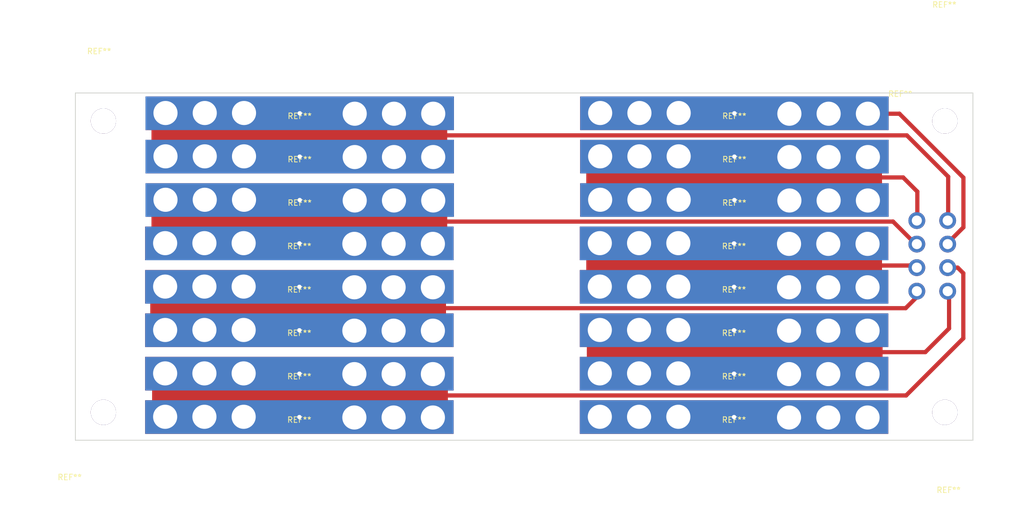
<source format=kicad_pcb>
(kicad_pcb (version 4) (host pcbnew 4.0.4-stable)

  (general
    (links 0)
    (no_connects 0)
    (area -13.517525 -16.723 169.219525 74.481)
    (thickness 1.6)
    (drawings 4)
    (tracks 76)
    (zones 0)
    (modules 21)
    (nets 1)
  )

  (page A4)
  (layers
    (0 F.Cu signal)
    (31 B.Cu signal)
    (32 B.Adhes user)
    (33 F.Adhes user)
    (34 B.Paste user)
    (35 F.Paste user)
    (36 B.SilkS user)
    (37 F.SilkS user)
    (38 B.Mask user)
    (39 F.Mask user)
    (40 Dwgs.User user)
    (41 Cmts.User user)
    (42 Eco1.User user)
    (43 Eco2.User user)
    (44 Edge.Cuts user)
    (45 Margin user)
    (46 B.CrtYd user)
    (47 F.CrtYd user)
    (48 B.Fab user)
    (49 F.Fab user)
  )

  (setup
    (last_trace_width 0.25)
    (trace_clearance 0.2)
    (zone_clearance 0.508)
    (zone_45_only no)
    (trace_min 0.2)
    (segment_width 0.2)
    (edge_width 0.15)
    (via_size 0.6)
    (via_drill 0.4)
    (via_min_size 0.4)
    (via_min_drill 0.3)
    (uvia_size 0.3)
    (uvia_drill 0.1)
    (uvias_allowed no)
    (uvia_min_size 0.2)
    (uvia_min_drill 0.1)
    (pcb_text_width 0.3)
    (pcb_text_size 1.5 1.5)
    (mod_edge_width 0.15)
    (mod_text_size 1 1)
    (mod_text_width 0.15)
    (pad_size 4.5 4.5)
    (pad_drill 4.5)
    (pad_to_mask_clearance 0.2)
    (aux_axis_origin 0 0)
    (visible_elements 7FFFFFFF)
    (pcbplotparams
      (layerselection 0x00030_80000001)
      (usegerberextensions false)
      (excludeedgelayer true)
      (linewidth 0.100000)
      (plotframeref false)
      (viasonmask false)
      (mode 1)
      (useauxorigin false)
      (hpglpennumber 1)
      (hpglpenspeed 20)
      (hpglpendiameter 15)
      (hpglpenoverlay 2)
      (psnegative false)
      (psa4output false)
      (plotreference true)
      (plotvalue true)
      (plotinvisibletext false)
      (padsonsilk false)
      (subtractmaskfromsilk false)
      (outputformat 1)
      (mirror false)
      (drillshape 1)
      (scaleselection 1)
      (outputdirectory ""))
  )

  (net 0 "")

  (net_class Default "This is the default net class."
    (clearance 0.2)
    (trace_width 0.25)
    (via_dia 0.6)
    (via_drill 0.4)
    (uvia_dia 0.3)
    (uvia_drill 0.1)
  )

  (module USST-footprints:HolePad_single_4-5mmDrill (layer F.Cu) (tedit 5AB67E73) (tstamp 5AB68C70)
    (at 154.258 49.634)
    (fp_text reference REF** (at 1.444 21.232) (layer F.SilkS)
      (effects (font (size 1 1) (thickness 0.15)))
    )
    (fp_text value SolderWirePad_single_2-5mmDrill (at 0.682 23.772) (layer F.Fab)
      (effects (font (size 1 1) (thickness 0.15)))
    )
    (pad "" thru_hole circle (at 0.762 7.366) (size 4.5 4.5) (drill 4.5) (layers *.Cu *.Mask))
  )

  (module USST-footprints:HolePad_single_4-5mmDrill (layer F.Cu) (tedit 5AB67E73) (tstamp 5AB68C68)
    (at 154.258 -2.366)
    (fp_text reference REF** (at 0.682 -13.382) (layer F.SilkS)
      (effects (font (size 1 1) (thickness 0.15)))
    )
    (fp_text value SolderWirePad_single_2-5mmDrill (at 1.952 -10.334) (layer F.Fab)
      (effects (font (size 1 1) (thickness 0.15)))
    )
    (pad "" thru_hole circle (at 0.762 7.366) (size 4.5 4.5) (drill 4.5) (layers *.Cu *.Mask))
  )

  (module USST-footprints:BatteryConnector4x2 (layer F.Cu) (tedit 5AB674FA) (tstamp 5AB679B6)
    (at 150.0251 35.3695)
    (fp_text reference REF** (at -2.9455 -35.197) (layer F.SilkS)
      (effects (font (size 1 1) (thickness 0.15)))
    )
    (fp_text value BatteryConnector (at 1.182 -37.1655) (layer F.Fab)
      (effects (font (size 1 1) (thickness 0.15)))
    )
    (pad "" np_thru_hole circle (at 0 0) (size 3 3) (drill 1.8) (layers *.Cu))
    (pad "" np_thru_hole circle (at 5.5 0) (size 3 3) (drill 1.8) (layers *.Cu))
    (pad "" np_thru_hole circle (at 5.5 -4.2) (size 3 3) (drill 1.8) (layers *.Cu))
    (pad "" np_thru_hole circle (at 0 -4.2) (size 3 3) (drill 1.8) (layers *.Cu))
    (pad "" np_thru_hole circle (at 5.5 -8.4) (size 3 3) (drill 1.8) (layers *.Cu))
    (pad "" np_thru_hole circle (at 0 -8.4) (size 3 3) (drill 1.8) (layers *.Cu))
    (pad "" np_thru_hole circle (at 5.5 -12.6) (size 3 3) (drill 1.8) (layers *.Cu))
    (pad "" np_thru_hole circle (at 0 -12.6) (size 3 3) (drill 1.8) (layers *.Cu))
  )

  (module USST-footprints:HolePad_single_4-5mmDrill (layer F.Cu) (tedit 5AB67E73) (tstamp 5AB68C3A)
    (at 4.238 49.634)
    (fp_text reference REF** (at -5.254 18.946) (layer F.SilkS)
      (effects (font (size 1 1) (thickness 0.15)))
    )
    (fp_text value SolderWirePad_single_2-5mmDrill (at -4.746 20.47) (layer F.Fab)
      (effects (font (size 1 1) (thickness 0.15)))
    )
    (pad "" thru_hole circle (at 0.762 7.366) (size 4.5 4.5) (drill 4.5) (layers *.Cu *.Mask))
  )

  (module USST-footprints:batt_wedge (layer F.Cu) (tedit 5AB67D44) (tstamp 5AB6816D)
    (at 117.434 57.836)
    (fp_text reference REF** (at 0 0.5) (layer F.SilkS)
      (effects (font (size 1 1) (thickness 0.15)))
    )
    (fp_text value batt_wedge (at 0 -0.5) (layer F.Fab)
      (effects (font (size 1 1) (thickness 0.15)))
    )
    (pad 8 thru_hole rect (at 0 0) (size 55 6) (drill 0.762) (layers *.Cu F.Paste))
    (pad "" thru_hole circle (at 9.805 0.079) (size 4.3 4.3) (drill 4.3) (layers *.Cu *.Mask))
    (pad "" thru_hole circle (at -9.932 -0.048) (size 4.3 4.3) (drill 4.3) (layers *.Cu *.Mask))
    (pad "" thru_hole circle (at -23.932 -0.048) (size 4.3 4.3) (drill 4.3) (layers *.Cu *.Mask))
    (pad "" thru_hole circle (at -16.932 -0.048) (size 4.3 4.3) (drill 4.3) (layers *.Cu *.Mask))
    (pad "" thru_hole circle (at 23.805 0.079) (size 4.3 4.3) (drill 4.3) (layers *.Cu *.Mask))
    (pad "" thru_hole circle (at 16.805 0.079) (size 4.3 4.3) (drill 4.3) (layers *.Cu *.Mask))
  )

  (module USST-footprints:batt_wedge (layer F.Cu) (tedit 5AB67D37) (tstamp 5AB68163)
    (at 117.434 34.598)
    (fp_text reference REF** (at 0 0.5) (layer F.SilkS)
      (effects (font (size 1 1) (thickness 0.15)))
    )
    (fp_text value batt_wedge (at 0 -0.5) (layer F.Fab)
      (effects (font (size 1 1) (thickness 0.15)))
    )
    (pad 5 thru_hole rect (at 0 0) (size 55 6) (drill 0.762) (layers *.Cu F.Paste))
    (pad "" thru_hole circle (at 9.805 0.079) (size 4.3 4.3) (drill 4.3) (layers *.Cu *.Mask))
    (pad "" thru_hole circle (at -9.932 -0.048) (size 4.3 4.3) (drill 4.3) (layers *.Cu *.Mask))
    (pad "" thru_hole circle (at -23.932 -0.048) (size 4.3 4.3) (drill 4.3) (layers *.Cu *.Mask))
    (pad "" thru_hole circle (at -16.932 -0.048) (size 4.3 4.3) (drill 4.3) (layers *.Cu *.Mask))
    (pad "" thru_hole circle (at 23.805 0.079) (size 4.3 4.3) (drill 4.3) (layers *.Cu *.Mask))
    (pad "" thru_hole circle (at 16.805 0.079) (size 4.3 4.3) (drill 4.3) (layers *.Cu *.Mask))
  )

  (module USST-footprints:batt_wedge (layer F.Cu) (tedit 5AB67D3B) (tstamp 5AB68159)
    (at 117.434 42.342)
    (fp_text reference REF** (at 0 0.5) (layer F.SilkS)
      (effects (font (size 1 1) (thickness 0.15)))
    )
    (fp_text value batt_wedge (at 0 -0.5) (layer F.Fab)
      (effects (font (size 1 1) (thickness 0.15)))
    )
    (pad 6 thru_hole rect (at 0 0) (size 55 6) (drill 0.762) (layers *.Cu F.Paste))
    (pad "" thru_hole circle (at 9.805 0.079) (size 4.3 4.3) (drill 4.3) (layers *.Cu *.Mask))
    (pad "" thru_hole circle (at -9.932 -0.048) (size 4.3 4.3) (drill 4.3) (layers *.Cu *.Mask))
    (pad "" thru_hole circle (at -23.932 -0.048) (size 4.3 4.3) (drill 4.3) (layers *.Cu *.Mask))
    (pad "" thru_hole circle (at -16.932 -0.048) (size 4.3 4.3) (drill 4.3) (layers *.Cu *.Mask))
    (pad "" thru_hole circle (at 23.805 0.079) (size 4.3 4.3) (drill 4.3) (layers *.Cu *.Mask))
    (pad "" thru_hole circle (at 16.805 0.079) (size 4.3 4.3) (drill 4.3) (layers *.Cu *.Mask))
  )

  (module USST-footprints:batt_wedge (layer F.Cu) (tedit 5AB67D3F) (tstamp 5AB6814F)
    (at 117.434 50.092)
    (fp_text reference REF** (at 0 0.5) (layer F.SilkS)
      (effects (font (size 1 1) (thickness 0.15)))
    )
    (fp_text value batt_wedge (at 0 -0.5) (layer F.Fab)
      (effects (font (size 1 1) (thickness 0.15)))
    )
    (pad 7 thru_hole rect (at 0 0) (size 55 6) (drill 0.762) (layers *.Cu F.Paste))
    (pad "" thru_hole circle (at 9.805 0.079) (size 4.3 4.3) (drill 4.3) (layers *.Cu *.Mask))
    (pad "" thru_hole circle (at -9.932 -0.048) (size 4.3 4.3) (drill 4.3) (layers *.Cu *.Mask))
    (pad "" thru_hole circle (at -23.932 -0.048) (size 4.3 4.3) (drill 4.3) (layers *.Cu *.Mask))
    (pad "" thru_hole circle (at -16.932 -0.048) (size 4.3 4.3) (drill 4.3) (layers *.Cu *.Mask))
    (pad "" thru_hole circle (at 23.805 0.079) (size 4.3 4.3) (drill 4.3) (layers *.Cu *.Mask))
    (pad "" thru_hole circle (at 16.805 0.079) (size 4.3 4.3) (drill 4.3) (layers *.Cu *.Mask))
  )

  (module USST-footprints:batt_wedge (layer F.Cu) (tedit 5AB67D32) (tstamp 5AB68145)
    (at 117.434 26.848)
    (fp_text reference REF** (at 0 0.5) (layer F.SilkS)
      (effects (font (size 1 1) (thickness 0.15)))
    )
    (fp_text value batt_wedge (at 0 -0.5) (layer F.Fab)
      (effects (font (size 1 1) (thickness 0.15)))
    )
    (pad 4 thru_hole rect (at 0 0) (size 55 6) (drill 0.762) (layers *.Cu F.Paste))
    (pad "" thru_hole circle (at 9.805 0.079) (size 4.3 4.3) (drill 4.3) (layers *.Cu *.Mask))
    (pad "" thru_hole circle (at -9.932 -0.048) (size 4.3 4.3) (drill 4.3) (layers *.Cu *.Mask))
    (pad "" thru_hole circle (at -23.932 -0.048) (size 4.3 4.3) (drill 4.3) (layers *.Cu *.Mask))
    (pad "" thru_hole circle (at -16.932 -0.048) (size 4.3 4.3) (drill 4.3) (layers *.Cu *.Mask))
    (pad "" thru_hole circle (at 23.805 0.079) (size 4.3 4.3) (drill 4.3) (layers *.Cu *.Mask))
    (pad "" thru_hole circle (at 16.805 0.079) (size 4.3 4.3) (drill 4.3) (layers *.Cu *.Mask))
  )

  (module USST-footprints:batt_wedge (layer F.Cu) (tedit 5AB67D2C) (tstamp 5AB6813B)
    (at 117.496 19.104)
    (fp_text reference REF** (at 0 0.5) (layer F.SilkS)
      (effects (font (size 1 1) (thickness 0.15)))
    )
    (fp_text value batt_wedge (at 0 -0.5) (layer F.Fab)
      (effects (font (size 1 1) (thickness 0.15)))
    )
    (pad 3 thru_hole rect (at 0 0) (size 55 6) (drill 0.762) (layers *.Cu F.Paste))
    (pad "" thru_hole circle (at 9.805 0.079) (size 4.3 4.3) (drill 4.3) (layers *.Cu *.Mask))
    (pad "" thru_hole circle (at -9.932 -0.048) (size 4.3 4.3) (drill 4.3) (layers *.Cu *.Mask))
    (pad "" thru_hole circle (at -23.932 -0.048) (size 4.3 4.3) (drill 4.3) (layers *.Cu *.Mask))
    (pad "" thru_hole circle (at -16.932 -0.048) (size 4.3 4.3) (drill 4.3) (layers *.Cu *.Mask))
    (pad "" thru_hole circle (at 23.805 0.079) (size 4.3 4.3) (drill 4.3) (layers *.Cu *.Mask))
    (pad "" thru_hole circle (at 16.805 0.079) (size 4.3 4.3) (drill 4.3) (layers *.Cu *.Mask))
  )

  (module USST-footprints:batt_wedge (layer F.Cu) (tedit 5AB67D26) (tstamp 5AB68131)
    (at 117.496 11.354)
    (fp_text reference REF** (at 0 0.5) (layer F.SilkS)
      (effects (font (size 1 1) (thickness 0.15)))
    )
    (fp_text value batt_wedge (at 0 -0.5) (layer F.Fab)
      (effects (font (size 1 1) (thickness 0.15)))
    )
    (pad 2 thru_hole rect (at 0 0) (size 55 6) (drill 0.762) (layers *.Cu F.Paste))
    (pad "" thru_hole circle (at 9.805 0.079) (size 4.3 4.3) (drill 4.3) (layers *.Cu *.Mask))
    (pad "" thru_hole circle (at -9.932 -0.048) (size 4.3 4.3) (drill 4.3) (layers *.Cu *.Mask))
    (pad "" thru_hole circle (at -23.932 -0.048) (size 4.3 4.3) (drill 4.3) (layers *.Cu *.Mask))
    (pad "" thru_hole circle (at -16.932 -0.048) (size 4.3 4.3) (drill 4.3) (layers *.Cu *.Mask))
    (pad "" thru_hole circle (at 23.805 0.079) (size 4.3 4.3) (drill 4.3) (layers *.Cu *.Mask))
    (pad "" thru_hole circle (at 16.805 0.079) (size 4.3 4.3) (drill 4.3) (layers *.Cu *.Mask))
  )

  (module USST-footprints:batt_wedge (layer F.Cu) (tedit 5AB67088) (tstamp 5AB68127)
    (at 117.496 3.62)
    (fp_text reference REF** (at 0 0.5) (layer F.SilkS)
      (effects (font (size 1 1) (thickness 0.15)))
    )
    (fp_text value batt_wedge (at 0 -0.5) (layer F.Fab)
      (effects (font (size 1 1) (thickness 0.15)))
    )
    (pad 1 thru_hole rect (at 0 0) (size 55 6) (drill 0.762) (layers *.Cu F.Paste))
    (pad "" thru_hole circle (at 9.805 0.079) (size 4.3 4.3) (drill 4.3) (layers *.Cu *.Mask))
    (pad "" thru_hole circle (at -9.932 -0.048) (size 4.3 4.3) (drill 4.3) (layers *.Cu *.Mask))
    (pad "" thru_hole circle (at -23.932 -0.048) (size 4.3 4.3) (drill 4.3) (layers *.Cu *.Mask))
    (pad "" thru_hole circle (at -16.932 -0.048) (size 4.3 4.3) (drill 4.3) (layers *.Cu *.Mask))
    (pad "" thru_hole circle (at 23.805 0.079) (size 4.3 4.3) (drill 4.3) (layers *.Cu *.Mask))
    (pad "" thru_hole circle (at 16.805 0.079) (size 4.3 4.3) (drill 4.3) (layers *.Cu *.Mask))
  )

  (module USST-footprints:batt_wedge (layer F.Cu) (tedit 5AB67D44) (tstamp 5AB680C5)
    (at 39.934 57.836)
    (fp_text reference REF** (at 0 0.5) (layer F.SilkS)
      (effects (font (size 1 1) (thickness 0.15)))
    )
    (fp_text value batt_wedge (at 0 -0.5) (layer F.Fab)
      (effects (font (size 1 1) (thickness 0.15)))
    )
    (pad 8 thru_hole rect (at 0 0) (size 55 6) (drill 0.762) (layers *.Cu F.Paste))
    (pad "" thru_hole circle (at 9.805 0.079) (size 4.3 4.3) (drill 4.3) (layers *.Cu *.Mask))
    (pad "" thru_hole circle (at -9.932 -0.048) (size 4.3 4.3) (drill 4.3) (layers *.Cu *.Mask))
    (pad "" thru_hole circle (at -23.932 -0.048) (size 4.3 4.3) (drill 4.3) (layers *.Cu *.Mask))
    (pad "" thru_hole circle (at -16.932 -0.048) (size 4.3 4.3) (drill 4.3) (layers *.Cu *.Mask))
    (pad "" thru_hole circle (at 23.805 0.079) (size 4.3 4.3) (drill 4.3) (layers *.Cu *.Mask))
    (pad "" thru_hole circle (at 16.805 0.079) (size 4.3 4.3) (drill 4.3) (layers *.Cu *.Mask))
  )

  (module USST-footprints:batt_wedge (layer F.Cu) (tedit 5AB67D3F) (tstamp 5AB680B1)
    (at 39.934 50.092)
    (fp_text reference REF** (at 0 0.5) (layer F.SilkS)
      (effects (font (size 1 1) (thickness 0.15)))
    )
    (fp_text value batt_wedge (at 0 -0.5) (layer F.Fab)
      (effects (font (size 1 1) (thickness 0.15)))
    )
    (pad 7 thru_hole rect (at 0 0) (size 55 6) (drill 0.762) (layers *.Cu F.Paste))
    (pad "" thru_hole circle (at 9.805 0.079) (size 4.3 4.3) (drill 4.3) (layers *.Cu *.Mask))
    (pad "" thru_hole circle (at -9.932 -0.048) (size 4.3 4.3) (drill 4.3) (layers *.Cu *.Mask))
    (pad "" thru_hole circle (at -23.932 -0.048) (size 4.3 4.3) (drill 4.3) (layers *.Cu *.Mask))
    (pad "" thru_hole circle (at -16.932 -0.048) (size 4.3 4.3) (drill 4.3) (layers *.Cu *.Mask))
    (pad "" thru_hole circle (at 23.805 0.079) (size 4.3 4.3) (drill 4.3) (layers *.Cu *.Mask))
    (pad "" thru_hole circle (at 16.805 0.079) (size 4.3 4.3) (drill 4.3) (layers *.Cu *.Mask))
  )

  (module USST-footprints:batt_wedge (layer F.Cu) (tedit 5AB67D3B) (tstamp 5AB6809D)
    (at 39.934 42.342)
    (fp_text reference REF** (at 0 0.5) (layer F.SilkS)
      (effects (font (size 1 1) (thickness 0.15)))
    )
    (fp_text value batt_wedge (at 0 -0.5) (layer F.Fab)
      (effects (font (size 1 1) (thickness 0.15)))
    )
    (pad 6 thru_hole rect (at 0 0) (size 55 6) (drill 0.762) (layers *.Cu F.Paste))
    (pad "" thru_hole circle (at 9.805 0.079) (size 4.3 4.3) (drill 4.3) (layers *.Cu *.Mask))
    (pad "" thru_hole circle (at -9.932 -0.048) (size 4.3 4.3) (drill 4.3) (layers *.Cu *.Mask))
    (pad "" thru_hole circle (at -23.932 -0.048) (size 4.3 4.3) (drill 4.3) (layers *.Cu *.Mask))
    (pad "" thru_hole circle (at -16.932 -0.048) (size 4.3 4.3) (drill 4.3) (layers *.Cu *.Mask))
    (pad "" thru_hole circle (at 23.805 0.079) (size 4.3 4.3) (drill 4.3) (layers *.Cu *.Mask))
    (pad "" thru_hole circle (at 16.805 0.079) (size 4.3 4.3) (drill 4.3) (layers *.Cu *.Mask))
  )

  (module USST-footprints:batt_wedge (layer F.Cu) (tedit 5AB67D37) (tstamp 5AB6807F)
    (at 39.934 34.598)
    (fp_text reference REF** (at 0 0.5) (layer F.SilkS)
      (effects (font (size 1 1) (thickness 0.15)))
    )
    (fp_text value batt_wedge (at 0 -0.5) (layer F.Fab)
      (effects (font (size 1 1) (thickness 0.15)))
    )
    (pad 5 thru_hole rect (at 0 0) (size 55 6) (drill 0.762) (layers *.Cu F.Paste))
    (pad "" thru_hole circle (at 9.805 0.079) (size 4.3 4.3) (drill 4.3) (layers *.Cu *.Mask))
    (pad "" thru_hole circle (at -9.932 -0.048) (size 4.3 4.3) (drill 4.3) (layers *.Cu *.Mask))
    (pad "" thru_hole circle (at -23.932 -0.048) (size 4.3 4.3) (drill 4.3) (layers *.Cu *.Mask))
    (pad "" thru_hole circle (at -16.932 -0.048) (size 4.3 4.3) (drill 4.3) (layers *.Cu *.Mask))
    (pad "" thru_hole circle (at 23.805 0.079) (size 4.3 4.3) (drill 4.3) (layers *.Cu *.Mask))
    (pad "" thru_hole circle (at 16.805 0.079) (size 4.3 4.3) (drill 4.3) (layers *.Cu *.Mask))
  )

  (module USST-footprints:batt_wedge (layer F.Cu) (tedit 5AB67D32) (tstamp 5AB6806B)
    (at 39.934 26.848)
    (fp_text reference REF** (at 0 0.5) (layer F.SilkS)
      (effects (font (size 1 1) (thickness 0.15)))
    )
    (fp_text value batt_wedge (at 0 -0.5) (layer F.Fab)
      (effects (font (size 1 1) (thickness 0.15)))
    )
    (pad 4 thru_hole rect (at 0 0) (size 55 6) (drill 0.762) (layers *.Cu F.Paste))
    (pad "" thru_hole circle (at 9.805 0.079) (size 4.3 4.3) (drill 4.3) (layers *.Cu *.Mask))
    (pad "" thru_hole circle (at -9.932 -0.048) (size 4.3 4.3) (drill 4.3) (layers *.Cu *.Mask))
    (pad "" thru_hole circle (at -23.932 -0.048) (size 4.3 4.3) (drill 4.3) (layers *.Cu *.Mask))
    (pad "" thru_hole circle (at -16.932 -0.048) (size 4.3 4.3) (drill 4.3) (layers *.Cu *.Mask))
    (pad "" thru_hole circle (at 23.805 0.079) (size 4.3 4.3) (drill 4.3) (layers *.Cu *.Mask))
    (pad "" thru_hole circle (at 16.805 0.079) (size 4.3 4.3) (drill 4.3) (layers *.Cu *.Mask))
  )

  (module USST-footprints:batt_wedge (layer F.Cu) (tedit 5AB67D2C) (tstamp 5AB68057)
    (at 39.996 19.104)
    (fp_text reference REF** (at 0 0.5) (layer F.SilkS)
      (effects (font (size 1 1) (thickness 0.15)))
    )
    (fp_text value batt_wedge (at 0 -0.5) (layer F.Fab)
      (effects (font (size 1 1) (thickness 0.15)))
    )
    (pad 3 thru_hole rect (at 0 0) (size 55 6) (drill 0.762) (layers *.Cu F.Paste))
    (pad "" thru_hole circle (at 9.805 0.079) (size 4.3 4.3) (drill 4.3) (layers *.Cu *.Mask))
    (pad "" thru_hole circle (at -9.932 -0.048) (size 4.3 4.3) (drill 4.3) (layers *.Cu *.Mask))
    (pad "" thru_hole circle (at -23.932 -0.048) (size 4.3 4.3) (drill 4.3) (layers *.Cu *.Mask))
    (pad "" thru_hole circle (at -16.932 -0.048) (size 4.3 4.3) (drill 4.3) (layers *.Cu *.Mask))
    (pad "" thru_hole circle (at 23.805 0.079) (size 4.3 4.3) (drill 4.3) (layers *.Cu *.Mask))
    (pad "" thru_hole circle (at 16.805 0.079) (size 4.3 4.3) (drill 4.3) (layers *.Cu *.Mask))
  )

  (module USST-footprints:batt_wedge (layer F.Cu) (tedit 5AB67D26) (tstamp 5AB68043)
    (at 39.996 11.354)
    (fp_text reference REF** (at 0 0.5) (layer F.SilkS)
      (effects (font (size 1 1) (thickness 0.15)))
    )
    (fp_text value batt_wedge (at 0 -0.5) (layer F.Fab)
      (effects (font (size 1 1) (thickness 0.15)))
    )
    (pad 2 thru_hole rect (at 0 0) (size 55 6) (drill 0.762) (layers *.Cu F.Paste))
    (pad "" thru_hole circle (at 9.805 0.079) (size 4.3 4.3) (drill 4.3) (layers *.Cu *.Mask))
    (pad "" thru_hole circle (at -9.932 -0.048) (size 4.3 4.3) (drill 4.3) (layers *.Cu *.Mask))
    (pad "" thru_hole circle (at -23.932 -0.048) (size 4.3 4.3) (drill 4.3) (layers *.Cu *.Mask))
    (pad "" thru_hole circle (at -16.932 -0.048) (size 4.3 4.3) (drill 4.3) (layers *.Cu *.Mask))
    (pad "" thru_hole circle (at 23.805 0.079) (size 4.3 4.3) (drill 4.3) (layers *.Cu *.Mask))
    (pad "" thru_hole circle (at 16.805 0.079) (size 4.3 4.3) (drill 4.3) (layers *.Cu *.Mask))
  )

  (module USST-footprints:batt_wedge (layer F.Cu) (tedit 5AB67088) (tstamp 5AB68036)
    (at 39.996 3.62)
    (fp_text reference REF** (at 0 0.5) (layer F.SilkS)
      (effects (font (size 1 1) (thickness 0.15)))
    )
    (fp_text value batt_wedge (at 0 -0.5) (layer F.Fab)
      (effects (font (size 1 1) (thickness 0.15)))
    )
    (pad 1 thru_hole rect (at 0 0) (size 55 6) (drill 0.762) (layers *.Cu F.Paste))
    (pad "" thru_hole circle (at 9.805 0.079) (size 4.3 4.3) (drill 4.3) (layers *.Cu *.Mask))
    (pad "" thru_hole circle (at -9.932 -0.048) (size 4.3 4.3) (drill 4.3) (layers *.Cu *.Mask))
    (pad "" thru_hole circle (at -23.932 -0.048) (size 4.3 4.3) (drill 4.3) (layers *.Cu *.Mask))
    (pad "" thru_hole circle (at -16.932 -0.048) (size 4.3 4.3) (drill 4.3) (layers *.Cu *.Mask))
    (pad "" thru_hole circle (at 23.805 0.079) (size 4.3 4.3) (drill 4.3) (layers *.Cu *.Mask))
    (pad "" thru_hole circle (at 16.805 0.079) (size 4.3 4.3) (drill 4.3) (layers *.Cu *.Mask))
  )

  (module USST-footprints:HolePad_single_4-5mmDrill (layer F.Cu) (tedit 5AB67E73) (tstamp 5AB68C2E)
    (at 4.238 -2.366)
    (fp_text reference REF** (at 0 -5.08) (layer F.SilkS)
      (effects (font (size 1 1) (thickness 0.15)))
    )
    (fp_text value SolderWirePad_single_2-5mmDrill (at 1.0579 -9.3815) (layer F.Fab)
      (effects (font (size 1 1) (thickness 0.15)))
    )
    (pad "" thru_hole circle (at 0.762 7.366) (size 4.5 4.5) (drill 4.5) (layers *.Cu *.Mask))
  )

  (gr_line (start 160.02 0) (end 160.02 62) (layer Edge.Cuts) (width 0.15) (tstamp 5AB67274))
  (gr_line (start 0 61.976) (end 160 61.976) (layer Edge.Cuts) (width 0.15) (tstamp 5AB67257))
  (gr_line (start 0 0) (end 160 0) (layer Edge.Cuts) (width 0.15))
  (gr_line (start 0 0) (end 0 62) (layer Edge.Cuts) (width 0.15))

  (segment (start 61.885003 23.7937) (end 62.726861 22.951842) (width 0.75) (layer F.Cu) (net 0))
  (segment (start 62.726861 22.951842) (end 145.787601 22.951842) (width 0.75) (layer F.Cu) (net 0))
  (segment (start 145.787601 22.951842) (end 149.367304 26.531545) (width 0.75) (layer F.Cu) (net 0))
  (segment (start 149.367304 26.531545) (end 150.47147 26.531545) (width 0.75) (layer F.Cu) (net 0))
  (segment (start 150.47147 26.531545) (end 150.114 26.889015) (width 0.75) (layer F.Cu) (net 0))
  (segment (start 150.114 26.889015) (end 150.114 27.922) (width 0.75) (layer F.Cu) (net 0))
  (segment (start 155.614 32.122) (end 156.566963 31.169037) (width 0.75) (layer F.Cu) (net 0))
  (segment (start 63.056134 53.978869) (end 61.999303 55.0357) (width 0.75) (layer F.Cu) (net 0))
  (segment (start 156.566963 31.169037) (end 157.317291 31.169037) (width 0.75) (layer F.Cu) (net 0))
  (segment (start 157.317291 31.169037) (end 158.311039 32.162785) (width 0.75) (layer F.Cu) (net 0))
  (segment (start 158.311039 43.785222) (end 148.117392 53.978869) (width 0.75) (layer F.Cu) (net 0))
  (segment (start 158.311039 32.162785) (end 158.311039 43.785222) (width 0.75) (layer F.Cu) (net 0))
  (segment (start 148.117392 53.978869) (end 63.056134 53.978869) (width 0.75) (layer F.Cu) (net 0))
  (segment (start 141.301 3.699) (end 146.919297 3.699) (width 0.75) (layer F.Cu) (net 0))
  (segment (start 146.919297 3.699) (end 158.33257 15.112273) (width 0.75) (layer F.Cu) (net 0))
  (segment (start 158.33257 15.112273) (end 158.33257 23.970435) (width 0.75) (layer F.Cu) (net 0))
  (segment (start 158.33257 23.970435) (end 155.614 26.689005) (width 0.75) (layer F.Cu) (net 0))
  (segment (start 155.614 26.689005) (end 155.614 27.922) (width 0.75) (layer F.Cu) (net 0))
  (segment (start 139.405803 31.7312) (end 140.345592 30.791411) (width 0.75) (layer F.Cu) (net 0))
  (segment (start 140.345592 30.791411) (end 148.783411 30.791411) (width 0.75) (layer F.Cu) (net 0))
  (segment (start 148.783411 30.791411) (end 150.114 32.122) (width 0.75) (layer F.Cu) (net 0))
  (segment (start 151.536619 46.2534) (end 141.4234 46.2534) (width 0.75) (layer F.Cu) (net 0))
  (segment (start 155.77146 42.018559) (end 151.536619 46.2534) (width 0.75) (layer F.Cu) (net 0))
  (segment (start 155.77146 36.166486) (end 155.77146 42.018559) (width 0.75) (layer F.Cu) (net 0))
  (segment (start 155.614 14.933282) (end 155.614 23.722) (width 0.75) (layer F.Cu) (net 0))
  (segment (start 150.114 17.604101) (end 150.114 23.722) (width 0.75) (layer F.Cu) (net 0))
  (segment (start 148.025853 38.410147) (end 150.114 36.322) (width 0.75) (layer F.Cu) (net 0))
  (segment (start 148.243818 7.5631) (end 155.614 14.933282) (width 0.75) (layer F.Cu) (net 0))
  (segment (start 147.58684 15.076941) (end 150.114 17.604101) (width 0.75) (layer F.Cu) (net 0))
  (segment (start 61.885003 7.5631) (end 148.243818 7.5631) (width 0.75) (layer F.Cu) (net 0))
  (segment (start 61.669103 39.3639) (end 62.622856 38.410147) (width 0.75) (layer F.Cu) (net 0))
  (segment (start 62.622856 38.410147) (end 148.025853 38.410147) (width 0.75) (layer F.Cu) (net 0))
  (segment (start 139.405803 16.2753) (end 140.604162 15.076941) (width 0.75) (layer F.Cu) (net 0))
  (segment (start 140.604162 15.076941) (end 147.58684 15.076941) (width 0.75) (layer F.Cu) (net 0))
  (segment (start 141.4234 43.4373) (end 141.4234 46.2534) (width 5) (layer F.Cu) (net 0))
  (segment (start 141.4234 46.2534) (end 141.4234 49.217397) (width 5) (layer F.Cu) (net 0))
  (segment (start 93.6864 43.3103) (end 93.6864 47.962068) (width 5) (layer F.Cu) (net 0) (tstamp 5AB68D2C))
  (segment (start 95.009567 46.638901) (end 113.890782 46.638901) (width 5) (layer F.Cu) (net 0) (tstamp 5AB68D2B))
  (segment (start 113.890782 46.638901) (end 117.6184 50.366519) (width 5) (layer F.Cu) (net 0) (tstamp 5AB68D2A))
  (segment (start 139.507403 47.3014) (end 117.6184 47.3014) (width 5) (layer F.Cu) (net 0) (tstamp 5AB68D29))
  (segment (start 141.3218 27.8671) (end 141.3218 33.647197) (width 5) (layer F.Cu) (net 0) (tstamp 5AB68D28))
  (segment (start 93.5848 27.7401) (end 93.5848 32.391868) (width 5) (layer F.Cu) (net 0) (tstamp 5AB68D27))
  (segment (start 94.907967 31.068701) (end 113.789182 31.068701) (width 5) (layer F.Cu) (net 0) (tstamp 5AB68D26))
  (segment (start 113.789182 31.068701) (end 117.5168 34.796319) (width 5) (layer F.Cu) (net 0) (tstamp 5AB68D25))
  (segment (start 139.405803 31.7312) (end 117.5168 31.7312) (width 5) (layer F.Cu) (net 0) (tstamp 5AB68D24))
  (segment (start 141.3218 12.4112) (end 141.3218 18.191297) (width 5) (layer F.Cu) (net 0) (tstamp 5AB68D23))
  (segment (start 93.5848 12.2842) (end 93.5848 16.935968) (width 5) (layer F.Cu) (net 0) (tstamp 5AB68D22))
  (segment (start 94.907967 15.612801) (end 113.789182 15.612801) (width 5) (layer F.Cu) (net 0) (tstamp 5AB68D21))
  (segment (start 113.789182 15.612801) (end 117.5168 19.340419) (width 5) (layer F.Cu) (net 0) (tstamp 5AB68D20))
  (segment (start 139.405803 16.2753) (end 117.5168 16.2753) (width 5) (layer F.Cu) (net 0) (tstamp 5AB68D1F))
  (segment (start 63.9153 51.1716) (end 63.9153 56.951697) (width 5) (layer F.Cu) (net 0) (tstamp 5AB68CD1))
  (segment (start 61.999303 55.0357) (end 40.1103 55.0357) (width 5) (layer F.Cu) (net 0) (tstamp 5AB68CD0))
  (segment (start 16.1783 51.0446) (end 16.1783 55.696368) (width 5) (layer F.Cu) (net 0) (tstamp 5AB68CCF))
  (segment (start 17.501467 54.373201) (end 36.382682 54.373201) (width 5) (layer F.Cu) (net 0) (tstamp 5AB68CCE))
  (segment (start 36.382682 54.373201) (end 40.1103 58.100819) (width 5) (layer F.Cu) (net 0) (tstamp 5AB68CCD))
  (segment (start 63.5851 35.4998) (end 63.5851 41.279897) (width 5) (layer F.Cu) (net 0) (tstamp 5AB68CC7))
  (segment (start 61.669103 39.3639) (end 39.7801 39.3639) (width 5) (layer F.Cu) (net 0) (tstamp 5AB68CC6))
  (segment (start 15.8481 35.3728) (end 15.8481 40.024568) (width 5) (layer F.Cu) (net 0) (tstamp 5AB68CC5))
  (segment (start 17.171267 38.701401) (end 36.052482 38.701401) (width 5) (layer F.Cu) (net 0) (tstamp 5AB68CC4))
  (segment (start 36.052482 38.701401) (end 39.7801 42.429019) (width 5) (layer F.Cu) (net 0) (tstamp 5AB68CC3))
  (segment (start 63.801 19.9296) (end 63.801 25.709697) (width 5) (layer F.Cu) (net 0) (tstamp 5AB68CC2))
  (segment (start 61.885003 23.7937) (end 39.996 23.7937) (width 5) (layer F.Cu) (net 0) (tstamp 5AB68CC1))
  (segment (start 16.064 19.8026) (end 16.064 24.454368) (width 5) (layer F.Cu) (net 0) (tstamp 5AB68CC0))
  (segment (start 17.387167 23.131201) (end 36.268382 23.131201) (width 5) (layer F.Cu) (net 0) (tstamp 5AB68CBF))
  (segment (start 36.268382 23.131201) (end 39.996 26.858819) (width 5) (layer F.Cu) (net 0) (tstamp 5AB68CBE))
  (segment (start 63.801 3.699) (end 63.801 9.479097) (width 5) (layer F.Cu) (net 0))
  (segment (start 63.801 9.479097) (end 61.885003 7.5631) (width 5) (layer F.Cu) (net 0))
  (segment (start 61.885003 7.5631) (end 39.996 7.5631) (width 5) (layer F.Cu) (net 0))
  (segment (start 39.996 7.5631) (end 39.996 11.354) (width 5) (layer F.Cu) (net 0))
  (segment (start 16.064 3.572) (end 16.064 8.223768) (width 5) (layer F.Cu) (net 0))
  (segment (start 16.064 8.223768) (end 17.387167 6.900601) (width 5) (layer F.Cu) (net 0))
  (segment (start 17.387167 6.900601) (end 36.268382 6.900601) (width 5) (layer F.Cu) (net 0))
  (segment (start 36.268382 6.900601) (end 39.996 10.628219) (width 5) (layer F.Cu) (net 0))
  (segment (start 39.996 10.628219) (end 39.996 11.354) (width 5) (layer F.Cu) (net 0))
  (segment (start 16.064 3.572) (end 39.948 3.572) (width 0.25) (layer F.Cu) (net 0))
  (segment (start 39.948 3.572) (end 39.996 3.62) (width 0.25) (layer F.Cu) (net 0))

)

</source>
